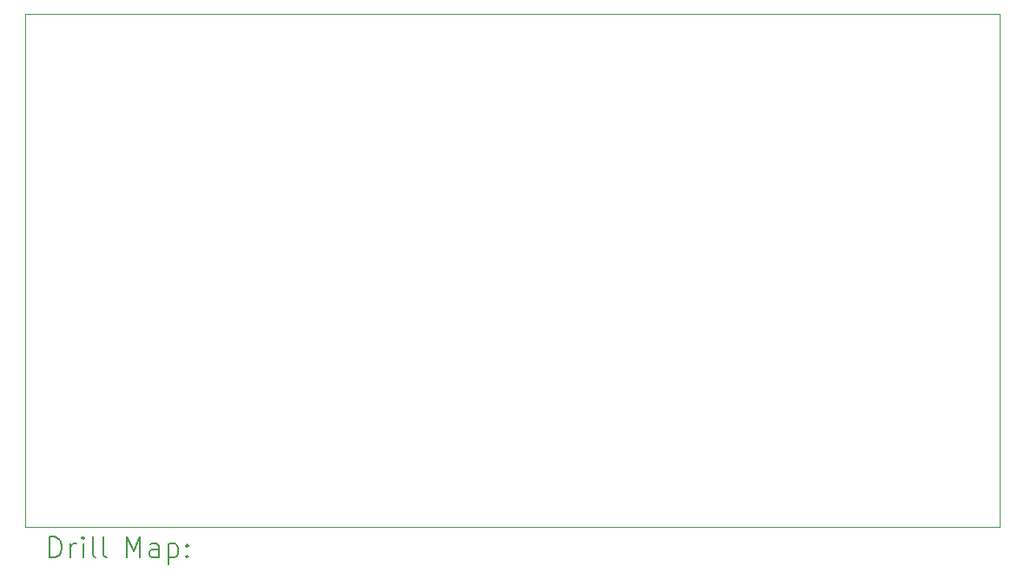
<source format=gbr>
%TF.GenerationSoftware,KiCad,Pcbnew,(7.0.0)*%
%TF.CreationDate,2023-03-06T21:21:28-06:00*%
%TF.ProjectId,SlopesJack,536c6f70-6573-44a6-9163-6b2e6b696361,rev?*%
%TF.SameCoordinates,Original*%
%TF.FileFunction,Drillmap*%
%TF.FilePolarity,Positive*%
%FSLAX45Y45*%
G04 Gerber Fmt 4.5, Leading zero omitted, Abs format (unit mm)*
G04 Created by KiCad (PCBNEW (7.0.0)) date 2023-03-06 21:21:28*
%MOMM*%
%LPD*%
G01*
G04 APERTURE LIST*
%ADD10C,0.100000*%
%ADD11C,0.200000*%
G04 APERTURE END LIST*
D10*
X30250000Y-13500000D02*
X39750000Y-13500000D01*
X39750000Y-13500000D02*
X39750000Y-18500000D01*
X39750000Y-18500000D02*
X30250000Y-18500000D01*
X30250000Y-18500000D02*
X30250000Y-13500000D01*
D11*
X30492619Y-18798476D02*
X30492619Y-18598476D01*
X30492619Y-18598476D02*
X30540238Y-18598476D01*
X30540238Y-18598476D02*
X30568809Y-18608000D01*
X30568809Y-18608000D02*
X30587857Y-18627048D01*
X30587857Y-18627048D02*
X30597381Y-18646095D01*
X30597381Y-18646095D02*
X30606905Y-18684190D01*
X30606905Y-18684190D02*
X30606905Y-18712762D01*
X30606905Y-18712762D02*
X30597381Y-18750857D01*
X30597381Y-18750857D02*
X30587857Y-18769905D01*
X30587857Y-18769905D02*
X30568809Y-18788952D01*
X30568809Y-18788952D02*
X30540238Y-18798476D01*
X30540238Y-18798476D02*
X30492619Y-18798476D01*
X30692619Y-18798476D02*
X30692619Y-18665143D01*
X30692619Y-18703238D02*
X30702143Y-18684190D01*
X30702143Y-18684190D02*
X30711667Y-18674667D01*
X30711667Y-18674667D02*
X30730714Y-18665143D01*
X30730714Y-18665143D02*
X30749762Y-18665143D01*
X30816428Y-18798476D02*
X30816428Y-18665143D01*
X30816428Y-18598476D02*
X30806905Y-18608000D01*
X30806905Y-18608000D02*
X30816428Y-18617524D01*
X30816428Y-18617524D02*
X30825952Y-18608000D01*
X30825952Y-18608000D02*
X30816428Y-18598476D01*
X30816428Y-18598476D02*
X30816428Y-18617524D01*
X30940238Y-18798476D02*
X30921190Y-18788952D01*
X30921190Y-18788952D02*
X30911667Y-18769905D01*
X30911667Y-18769905D02*
X30911667Y-18598476D01*
X31045000Y-18798476D02*
X31025952Y-18788952D01*
X31025952Y-18788952D02*
X31016428Y-18769905D01*
X31016428Y-18769905D02*
X31016428Y-18598476D01*
X31241190Y-18798476D02*
X31241190Y-18598476D01*
X31241190Y-18598476D02*
X31307857Y-18741333D01*
X31307857Y-18741333D02*
X31374524Y-18598476D01*
X31374524Y-18598476D02*
X31374524Y-18798476D01*
X31555476Y-18798476D02*
X31555476Y-18693714D01*
X31555476Y-18693714D02*
X31545952Y-18674667D01*
X31545952Y-18674667D02*
X31526905Y-18665143D01*
X31526905Y-18665143D02*
X31488809Y-18665143D01*
X31488809Y-18665143D02*
X31469762Y-18674667D01*
X31555476Y-18788952D02*
X31536428Y-18798476D01*
X31536428Y-18798476D02*
X31488809Y-18798476D01*
X31488809Y-18798476D02*
X31469762Y-18788952D01*
X31469762Y-18788952D02*
X31460238Y-18769905D01*
X31460238Y-18769905D02*
X31460238Y-18750857D01*
X31460238Y-18750857D02*
X31469762Y-18731810D01*
X31469762Y-18731810D02*
X31488809Y-18722286D01*
X31488809Y-18722286D02*
X31536428Y-18722286D01*
X31536428Y-18722286D02*
X31555476Y-18712762D01*
X31650714Y-18665143D02*
X31650714Y-18865143D01*
X31650714Y-18674667D02*
X31669762Y-18665143D01*
X31669762Y-18665143D02*
X31707857Y-18665143D01*
X31707857Y-18665143D02*
X31726905Y-18674667D01*
X31726905Y-18674667D02*
X31736428Y-18684190D01*
X31736428Y-18684190D02*
X31745952Y-18703238D01*
X31745952Y-18703238D02*
X31745952Y-18760381D01*
X31745952Y-18760381D02*
X31736428Y-18779429D01*
X31736428Y-18779429D02*
X31726905Y-18788952D01*
X31726905Y-18788952D02*
X31707857Y-18798476D01*
X31707857Y-18798476D02*
X31669762Y-18798476D01*
X31669762Y-18798476D02*
X31650714Y-18788952D01*
X31831667Y-18779429D02*
X31841190Y-18788952D01*
X31841190Y-18788952D02*
X31831667Y-18798476D01*
X31831667Y-18798476D02*
X31822143Y-18788952D01*
X31822143Y-18788952D02*
X31831667Y-18779429D01*
X31831667Y-18779429D02*
X31831667Y-18798476D01*
X31831667Y-18674667D02*
X31841190Y-18684190D01*
X31841190Y-18684190D02*
X31831667Y-18693714D01*
X31831667Y-18693714D02*
X31822143Y-18684190D01*
X31822143Y-18684190D02*
X31831667Y-18674667D01*
X31831667Y-18674667D02*
X31831667Y-18693714D01*
M02*

</source>
